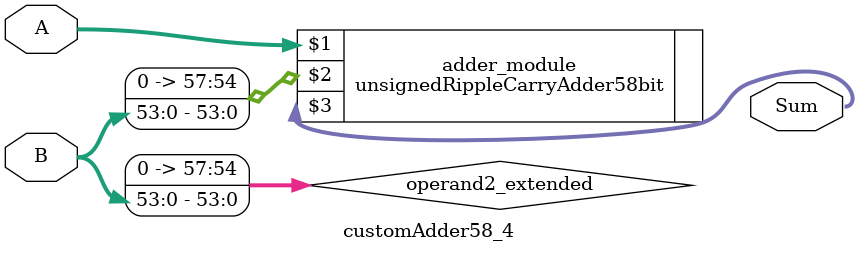
<source format=v>
module customAdder58_4(
                        input [57 : 0] A,
                        input [53 : 0] B,
                        
                        output [58 : 0] Sum
                );

        wire [57 : 0] operand2_extended;
        
        assign operand2_extended =  {4'b0, B};
        
        unsignedRippleCarryAdder58bit adder_module(
            A,
            operand2_extended,
            Sum
        );
        
        endmodule
        
</source>
